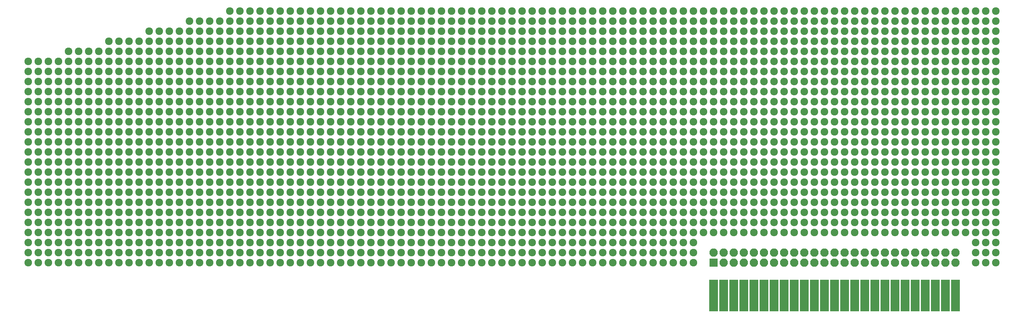
<source format=gbs>
G04 #@! TF.FileFunction,Soldermask,Bot*
%FSLAX46Y46*%
G04 Gerber Fmt 4.6, Leading zero omitted, Abs format (unit mm)*
G04 Created by KiCad (PCBNEW 4.0.7) date 08/21/19 17:34:07*
%MOMM*%
%LPD*%
G01*
G04 APERTURE LIST*
%ADD10C,0.100000*%
%ADD11C,1.924000*%
%ADD12R,2.178000X8.020000*%
%ADD13R,2.100000X2.100000*%
%ADD14O,2.100000X2.100000*%
G04 APERTURE END LIST*
D10*
D11*
X174625000Y-128905000D03*
X174625000Y-126365000D03*
X174625000Y-123825000D03*
X174625000Y-121285000D03*
X174625000Y-118745000D03*
X174625000Y-116205000D03*
X174625000Y-113665000D03*
X174625000Y-111125000D03*
X174625000Y-108585000D03*
X174625000Y-106045000D03*
X174625000Y-103505000D03*
X174625000Y-100965000D03*
X174625000Y-98425000D03*
X174625000Y-95885000D03*
X174625000Y-93345000D03*
X174625000Y-90805000D03*
X174625000Y-88265000D03*
X174625000Y-85725000D03*
X174625000Y-83185000D03*
X174625000Y-80645000D03*
X174625000Y-78105000D03*
X174625000Y-75565000D03*
X174625000Y-73025000D03*
X174625000Y-70485000D03*
X174625000Y-67945000D03*
X174625000Y-65405000D03*
X179705000Y-128905000D03*
X179705000Y-126365000D03*
X179705000Y-123825000D03*
X179705000Y-121285000D03*
X179705000Y-118745000D03*
X179705000Y-116205000D03*
X179705000Y-113665000D03*
X179705000Y-111125000D03*
X179705000Y-108585000D03*
X179705000Y-106045000D03*
X179705000Y-103505000D03*
X179705000Y-100965000D03*
X179705000Y-98425000D03*
X179705000Y-95885000D03*
X179705000Y-93345000D03*
X179705000Y-90805000D03*
X179705000Y-88265000D03*
X179705000Y-85725000D03*
X179705000Y-83185000D03*
X179705000Y-80645000D03*
X179705000Y-78105000D03*
X179705000Y-75565000D03*
X179705000Y-73025000D03*
X179705000Y-70485000D03*
X179705000Y-67945000D03*
X179705000Y-65405000D03*
X182245000Y-128905000D03*
X182245000Y-126365000D03*
X182245000Y-123825000D03*
X182245000Y-121285000D03*
X182245000Y-118745000D03*
X182245000Y-116205000D03*
X182245000Y-113665000D03*
X182245000Y-111125000D03*
X182245000Y-108585000D03*
X182245000Y-106045000D03*
X182245000Y-103505000D03*
X182245000Y-100965000D03*
X182245000Y-98425000D03*
X182245000Y-95885000D03*
X182245000Y-93345000D03*
X182245000Y-90805000D03*
X182245000Y-88265000D03*
X182245000Y-85725000D03*
X182245000Y-83185000D03*
X182245000Y-80645000D03*
X182245000Y-78105000D03*
X182245000Y-75565000D03*
X182245000Y-73025000D03*
X182245000Y-70485000D03*
X182245000Y-67945000D03*
X182245000Y-65405000D03*
X177165000Y-128905000D03*
X177165000Y-126365000D03*
X177165000Y-123825000D03*
X177165000Y-121285000D03*
X177165000Y-118745000D03*
X177165000Y-116205000D03*
X177165000Y-113665000D03*
X177165000Y-111125000D03*
X177165000Y-108585000D03*
X177165000Y-106045000D03*
X177165000Y-103505000D03*
X177165000Y-100965000D03*
X177165000Y-98425000D03*
X177165000Y-95885000D03*
X177165000Y-93345000D03*
X177165000Y-90805000D03*
X177165000Y-88265000D03*
X177165000Y-85725000D03*
X177165000Y-83185000D03*
X177165000Y-80645000D03*
X177165000Y-78105000D03*
X177165000Y-75565000D03*
X177165000Y-73025000D03*
X177165000Y-70485000D03*
X177165000Y-67945000D03*
X177165000Y-65405000D03*
X184785000Y-128905000D03*
X184785000Y-126365000D03*
X184785000Y-123825000D03*
X184785000Y-121285000D03*
X184785000Y-118745000D03*
X184785000Y-116205000D03*
X184785000Y-113665000D03*
X184785000Y-111125000D03*
X184785000Y-108585000D03*
X184785000Y-106045000D03*
X184785000Y-103505000D03*
X184785000Y-100965000D03*
X184785000Y-98425000D03*
X184785000Y-95885000D03*
X184785000Y-93345000D03*
X184785000Y-90805000D03*
X184785000Y-88265000D03*
X184785000Y-85725000D03*
X184785000Y-83185000D03*
X184785000Y-80645000D03*
X184785000Y-78105000D03*
X184785000Y-75565000D03*
X184785000Y-73025000D03*
X184785000Y-70485000D03*
X184785000Y-67945000D03*
X184785000Y-65405000D03*
X187325000Y-128905000D03*
X187325000Y-126365000D03*
X187325000Y-123825000D03*
X187325000Y-121285000D03*
X187325000Y-118745000D03*
X187325000Y-116205000D03*
X187325000Y-113665000D03*
X187325000Y-111125000D03*
X187325000Y-108585000D03*
X187325000Y-106045000D03*
X187325000Y-103505000D03*
X187325000Y-100965000D03*
X187325000Y-98425000D03*
X187325000Y-95885000D03*
X187325000Y-93345000D03*
X187325000Y-90805000D03*
X187325000Y-88265000D03*
X187325000Y-85725000D03*
X187325000Y-83185000D03*
X187325000Y-80645000D03*
X187325000Y-78105000D03*
X187325000Y-75565000D03*
X187325000Y-73025000D03*
X187325000Y-70485000D03*
X187325000Y-67945000D03*
X187325000Y-65405000D03*
X189865000Y-128905000D03*
X189865000Y-126365000D03*
X189865000Y-123825000D03*
X189865000Y-121285000D03*
X189865000Y-118745000D03*
X189865000Y-116205000D03*
X189865000Y-113665000D03*
X189865000Y-111125000D03*
X189865000Y-108585000D03*
X189865000Y-106045000D03*
X189865000Y-103505000D03*
X189865000Y-100965000D03*
X189865000Y-98425000D03*
X189865000Y-95885000D03*
X189865000Y-93345000D03*
X189865000Y-90805000D03*
X189865000Y-88265000D03*
X189865000Y-85725000D03*
X189865000Y-83185000D03*
X189865000Y-80645000D03*
X189865000Y-78105000D03*
X189865000Y-75565000D03*
X189865000Y-73025000D03*
X189865000Y-70485000D03*
X189865000Y-67945000D03*
X189865000Y-65405000D03*
X192405000Y-128905000D03*
X192405000Y-126365000D03*
X192405000Y-123825000D03*
X192405000Y-121285000D03*
X192405000Y-118745000D03*
X192405000Y-116205000D03*
X192405000Y-113665000D03*
X192405000Y-111125000D03*
X192405000Y-108585000D03*
X192405000Y-106045000D03*
X192405000Y-103505000D03*
X192405000Y-100965000D03*
X192405000Y-98425000D03*
X192405000Y-95885000D03*
X192405000Y-93345000D03*
X192405000Y-90805000D03*
X192405000Y-88265000D03*
X192405000Y-85725000D03*
X192405000Y-83185000D03*
X192405000Y-80645000D03*
X192405000Y-78105000D03*
X192405000Y-75565000D03*
X192405000Y-73025000D03*
X192405000Y-70485000D03*
X192405000Y-67945000D03*
X192405000Y-65405000D03*
X194945000Y-121285000D03*
X194945000Y-118745000D03*
X194945000Y-116205000D03*
X194945000Y-113665000D03*
X194945000Y-111125000D03*
X194945000Y-108585000D03*
X194945000Y-106045000D03*
X194945000Y-103505000D03*
X194945000Y-100965000D03*
X194945000Y-98425000D03*
X194945000Y-95885000D03*
X194945000Y-93345000D03*
X194945000Y-90805000D03*
X194945000Y-88265000D03*
X194945000Y-85725000D03*
X194945000Y-83185000D03*
X194945000Y-80645000D03*
X194945000Y-78105000D03*
X194945000Y-75565000D03*
X194945000Y-73025000D03*
X194945000Y-70485000D03*
X194945000Y-67945000D03*
X194945000Y-65405000D03*
X197485000Y-121285000D03*
X197485000Y-118745000D03*
X197485000Y-116205000D03*
X197485000Y-113665000D03*
X197485000Y-111125000D03*
X197485000Y-108585000D03*
X197485000Y-106045000D03*
X197485000Y-103505000D03*
X197485000Y-100965000D03*
X197485000Y-98425000D03*
X197485000Y-95885000D03*
X197485000Y-93345000D03*
X197485000Y-90805000D03*
X197485000Y-88265000D03*
X197485000Y-85725000D03*
X197485000Y-83185000D03*
X197485000Y-80645000D03*
X197485000Y-78105000D03*
X197485000Y-75565000D03*
X197485000Y-73025000D03*
X197485000Y-70485000D03*
X197485000Y-67945000D03*
X197485000Y-65405000D03*
X200025000Y-121285000D03*
X200025000Y-118745000D03*
X200025000Y-116205000D03*
X200025000Y-113665000D03*
X200025000Y-111125000D03*
X200025000Y-108585000D03*
X200025000Y-106045000D03*
X200025000Y-103505000D03*
X200025000Y-100965000D03*
X200025000Y-98425000D03*
X200025000Y-95885000D03*
X200025000Y-93345000D03*
X200025000Y-90805000D03*
X200025000Y-88265000D03*
X200025000Y-85725000D03*
X200025000Y-83185000D03*
X200025000Y-80645000D03*
X200025000Y-78105000D03*
X200025000Y-75565000D03*
X200025000Y-73025000D03*
X200025000Y-70485000D03*
X200025000Y-67945000D03*
X200025000Y-65405000D03*
X202565000Y-121285000D03*
X202565000Y-118745000D03*
X202565000Y-116205000D03*
X202565000Y-113665000D03*
X202565000Y-111125000D03*
X202565000Y-108585000D03*
X202565000Y-106045000D03*
X202565000Y-103505000D03*
X202565000Y-100965000D03*
X202565000Y-98425000D03*
X202565000Y-95885000D03*
X202565000Y-93345000D03*
X202565000Y-90805000D03*
X202565000Y-88265000D03*
X202565000Y-85725000D03*
X202565000Y-83185000D03*
X202565000Y-80645000D03*
X202565000Y-78105000D03*
X202565000Y-75565000D03*
X202565000Y-73025000D03*
X202565000Y-70485000D03*
X202565000Y-67945000D03*
X202565000Y-65405000D03*
X205105000Y-121285000D03*
X205105000Y-118745000D03*
X205105000Y-116205000D03*
X205105000Y-113665000D03*
X205105000Y-111125000D03*
X205105000Y-108585000D03*
X205105000Y-106045000D03*
X205105000Y-103505000D03*
X205105000Y-100965000D03*
X205105000Y-98425000D03*
X205105000Y-95885000D03*
X205105000Y-93345000D03*
X205105000Y-90805000D03*
X205105000Y-88265000D03*
X205105000Y-85725000D03*
X205105000Y-83185000D03*
X205105000Y-80645000D03*
X205105000Y-78105000D03*
X205105000Y-75565000D03*
X205105000Y-73025000D03*
X205105000Y-70485000D03*
X205105000Y-67945000D03*
X205105000Y-65405000D03*
X207645000Y-121285000D03*
X207645000Y-118745000D03*
X207645000Y-116205000D03*
X207645000Y-113665000D03*
X207645000Y-111125000D03*
X207645000Y-108585000D03*
X207645000Y-106045000D03*
X207645000Y-103505000D03*
X207645000Y-100965000D03*
X207645000Y-98425000D03*
X207645000Y-95885000D03*
X207645000Y-93345000D03*
X207645000Y-90805000D03*
X207645000Y-88265000D03*
X207645000Y-85725000D03*
X207645000Y-83185000D03*
X207645000Y-80645000D03*
X207645000Y-78105000D03*
X207645000Y-75565000D03*
X207645000Y-73025000D03*
X207645000Y-70485000D03*
X207645000Y-67945000D03*
X207645000Y-65405000D03*
X210185000Y-121285000D03*
X210185000Y-118745000D03*
X210185000Y-116205000D03*
X210185000Y-113665000D03*
X210185000Y-111125000D03*
X210185000Y-108585000D03*
X210185000Y-106045000D03*
X210185000Y-103505000D03*
X210185000Y-100965000D03*
X210185000Y-98425000D03*
X210185000Y-95885000D03*
X210185000Y-93345000D03*
X210185000Y-90805000D03*
X210185000Y-88265000D03*
X210185000Y-85725000D03*
X210185000Y-83185000D03*
X210185000Y-80645000D03*
X210185000Y-78105000D03*
X210185000Y-75565000D03*
X210185000Y-73025000D03*
X210185000Y-70485000D03*
X210185000Y-67945000D03*
X210185000Y-65405000D03*
X212725000Y-121285000D03*
X212725000Y-118745000D03*
X212725000Y-116205000D03*
X212725000Y-113665000D03*
X212725000Y-111125000D03*
X212725000Y-108585000D03*
X212725000Y-106045000D03*
X212725000Y-103505000D03*
X212725000Y-100965000D03*
X212725000Y-98425000D03*
X212725000Y-95885000D03*
X212725000Y-93345000D03*
X212725000Y-90805000D03*
X212725000Y-88265000D03*
X212725000Y-85725000D03*
X212725000Y-83185000D03*
X212725000Y-80645000D03*
X212725000Y-78105000D03*
X212725000Y-75565000D03*
X212725000Y-73025000D03*
X212725000Y-70485000D03*
X212725000Y-67945000D03*
X212725000Y-65405000D03*
X215265000Y-121285000D03*
X215265000Y-118745000D03*
X215265000Y-116205000D03*
X215265000Y-113665000D03*
X215265000Y-111125000D03*
X215265000Y-108585000D03*
X215265000Y-106045000D03*
X215265000Y-103505000D03*
X215265000Y-100965000D03*
X215265000Y-98425000D03*
X215265000Y-95885000D03*
X215265000Y-93345000D03*
X215265000Y-90805000D03*
X215265000Y-88265000D03*
X215265000Y-85725000D03*
X215265000Y-83185000D03*
X215265000Y-80645000D03*
X215265000Y-78105000D03*
X215265000Y-75565000D03*
X215265000Y-73025000D03*
X215265000Y-70485000D03*
X215265000Y-67945000D03*
X215265000Y-65405000D03*
X217805000Y-121285000D03*
X217805000Y-118745000D03*
X217805000Y-116205000D03*
X217805000Y-113665000D03*
X217805000Y-111125000D03*
X217805000Y-108585000D03*
X217805000Y-106045000D03*
X217805000Y-103505000D03*
X217805000Y-100965000D03*
X217805000Y-98425000D03*
X217805000Y-95885000D03*
X217805000Y-93345000D03*
X217805000Y-90805000D03*
X217805000Y-88265000D03*
X217805000Y-85725000D03*
X217805000Y-83185000D03*
X217805000Y-80645000D03*
X217805000Y-78105000D03*
X217805000Y-75565000D03*
X217805000Y-73025000D03*
X217805000Y-70485000D03*
X217805000Y-67945000D03*
X217805000Y-65405000D03*
X220345000Y-121285000D03*
X220345000Y-118745000D03*
X220345000Y-116205000D03*
X220345000Y-113665000D03*
X220345000Y-111125000D03*
X220345000Y-108585000D03*
X220345000Y-106045000D03*
X220345000Y-103505000D03*
X220345000Y-100965000D03*
X220345000Y-98425000D03*
X220345000Y-95885000D03*
X220345000Y-93345000D03*
X220345000Y-90805000D03*
X220345000Y-88265000D03*
X220345000Y-85725000D03*
X220345000Y-83185000D03*
X220345000Y-80645000D03*
X220345000Y-78105000D03*
X220345000Y-75565000D03*
X220345000Y-73025000D03*
X220345000Y-70485000D03*
X220345000Y-67945000D03*
X220345000Y-65405000D03*
X222885000Y-121285000D03*
X222885000Y-118745000D03*
X222885000Y-116205000D03*
X222885000Y-113665000D03*
X222885000Y-111125000D03*
X222885000Y-108585000D03*
X222885000Y-106045000D03*
X222885000Y-103505000D03*
X222885000Y-100965000D03*
X222885000Y-98425000D03*
X222885000Y-95885000D03*
X222885000Y-93345000D03*
X222885000Y-90805000D03*
X222885000Y-88265000D03*
X222885000Y-85725000D03*
X222885000Y-83185000D03*
X222885000Y-80645000D03*
X222885000Y-78105000D03*
X222885000Y-75565000D03*
X222885000Y-73025000D03*
X222885000Y-70485000D03*
X222885000Y-67945000D03*
X222885000Y-65405000D03*
X225425000Y-121285000D03*
X225425000Y-118745000D03*
X225425000Y-116205000D03*
X225425000Y-113665000D03*
X225425000Y-111125000D03*
X225425000Y-108585000D03*
X225425000Y-106045000D03*
X225425000Y-103505000D03*
X225425000Y-100965000D03*
X225425000Y-98425000D03*
X225425000Y-95885000D03*
X225425000Y-93345000D03*
X225425000Y-90805000D03*
X225425000Y-88265000D03*
X225425000Y-85725000D03*
X225425000Y-83185000D03*
X225425000Y-80645000D03*
X225425000Y-78105000D03*
X225425000Y-75565000D03*
X225425000Y-73025000D03*
X225425000Y-70485000D03*
X225425000Y-67945000D03*
X225425000Y-65405000D03*
X227965000Y-121285000D03*
X227965000Y-118745000D03*
X227965000Y-116205000D03*
X227965000Y-113665000D03*
X227965000Y-111125000D03*
X227965000Y-108585000D03*
X227965000Y-106045000D03*
X227965000Y-103505000D03*
X227965000Y-100965000D03*
X227965000Y-98425000D03*
X227965000Y-95885000D03*
X227965000Y-93345000D03*
X227965000Y-90805000D03*
X227965000Y-88265000D03*
X227965000Y-85725000D03*
X227965000Y-83185000D03*
X227965000Y-80645000D03*
X227965000Y-78105000D03*
X227965000Y-75565000D03*
X227965000Y-73025000D03*
X227965000Y-70485000D03*
X227965000Y-67945000D03*
X227965000Y-65405000D03*
X230505000Y-121285000D03*
X230505000Y-118745000D03*
X230505000Y-116205000D03*
X230505000Y-113665000D03*
X230505000Y-111125000D03*
X230505000Y-108585000D03*
X230505000Y-106045000D03*
X230505000Y-103505000D03*
X230505000Y-100965000D03*
X230505000Y-98425000D03*
X230505000Y-95885000D03*
X230505000Y-93345000D03*
X230505000Y-90805000D03*
X230505000Y-88265000D03*
X230505000Y-85725000D03*
X230505000Y-83185000D03*
X230505000Y-80645000D03*
X230505000Y-78105000D03*
X230505000Y-75565000D03*
X230505000Y-73025000D03*
X230505000Y-70485000D03*
X230505000Y-67945000D03*
X230505000Y-65405000D03*
X233045000Y-121285000D03*
X233045000Y-118745000D03*
X233045000Y-116205000D03*
X233045000Y-113665000D03*
X233045000Y-111125000D03*
X233045000Y-108585000D03*
X233045000Y-106045000D03*
X233045000Y-103505000D03*
X233045000Y-100965000D03*
X233045000Y-98425000D03*
X233045000Y-95885000D03*
X233045000Y-93345000D03*
X233045000Y-90805000D03*
X233045000Y-88265000D03*
X233045000Y-85725000D03*
X233045000Y-83185000D03*
X233045000Y-80645000D03*
X233045000Y-78105000D03*
X233045000Y-75565000D03*
X233045000Y-73025000D03*
X233045000Y-70485000D03*
X233045000Y-67945000D03*
X233045000Y-65405000D03*
X235585000Y-121285000D03*
X235585000Y-118745000D03*
X235585000Y-116205000D03*
X235585000Y-113665000D03*
X235585000Y-111125000D03*
X235585000Y-108585000D03*
X235585000Y-106045000D03*
X235585000Y-103505000D03*
X235585000Y-100965000D03*
X235585000Y-98425000D03*
X235585000Y-95885000D03*
X235585000Y-93345000D03*
X235585000Y-90805000D03*
X235585000Y-88265000D03*
X235585000Y-85725000D03*
X235585000Y-83185000D03*
X235585000Y-80645000D03*
X235585000Y-78105000D03*
X235585000Y-75565000D03*
X235585000Y-73025000D03*
X235585000Y-70485000D03*
X235585000Y-67945000D03*
X235585000Y-65405000D03*
X238125000Y-121285000D03*
X238125000Y-118745000D03*
X238125000Y-116205000D03*
X238125000Y-113665000D03*
X238125000Y-111125000D03*
X238125000Y-108585000D03*
X238125000Y-106045000D03*
X238125000Y-103505000D03*
X238125000Y-100965000D03*
X238125000Y-98425000D03*
X238125000Y-95885000D03*
X238125000Y-93345000D03*
X238125000Y-90805000D03*
X238125000Y-88265000D03*
X238125000Y-85725000D03*
X238125000Y-83185000D03*
X238125000Y-80645000D03*
X238125000Y-78105000D03*
X238125000Y-75565000D03*
X238125000Y-73025000D03*
X238125000Y-70485000D03*
X238125000Y-67945000D03*
X238125000Y-65405000D03*
X240665000Y-121285000D03*
X240665000Y-118745000D03*
X240665000Y-116205000D03*
X240665000Y-113665000D03*
X240665000Y-111125000D03*
X240665000Y-108585000D03*
X240665000Y-106045000D03*
X240665000Y-103505000D03*
X240665000Y-100965000D03*
X240665000Y-98425000D03*
X240665000Y-95885000D03*
X240665000Y-93345000D03*
X240665000Y-90805000D03*
X240665000Y-88265000D03*
X240665000Y-85725000D03*
X240665000Y-83185000D03*
X240665000Y-80645000D03*
X240665000Y-78105000D03*
X240665000Y-75565000D03*
X240665000Y-73025000D03*
X240665000Y-70485000D03*
X240665000Y-67945000D03*
X240665000Y-65405000D03*
X243205000Y-121285000D03*
X243205000Y-118745000D03*
X243205000Y-116205000D03*
X243205000Y-113665000D03*
X243205000Y-111125000D03*
X243205000Y-108585000D03*
X243205000Y-106045000D03*
X243205000Y-103505000D03*
X243205000Y-100965000D03*
X243205000Y-98425000D03*
X243205000Y-95885000D03*
X243205000Y-93345000D03*
X243205000Y-90805000D03*
X243205000Y-88265000D03*
X243205000Y-85725000D03*
X243205000Y-83185000D03*
X243205000Y-80645000D03*
X243205000Y-78105000D03*
X243205000Y-75565000D03*
X243205000Y-73025000D03*
X243205000Y-70485000D03*
X243205000Y-67945000D03*
X243205000Y-65405000D03*
X245745000Y-121285000D03*
X245745000Y-118745000D03*
X245745000Y-116205000D03*
X245745000Y-113665000D03*
X245745000Y-111125000D03*
X245745000Y-108585000D03*
X245745000Y-106045000D03*
X245745000Y-103505000D03*
X245745000Y-100965000D03*
X245745000Y-98425000D03*
X245745000Y-95885000D03*
X245745000Y-93345000D03*
X245745000Y-90805000D03*
X245745000Y-88265000D03*
X245745000Y-85725000D03*
X245745000Y-83185000D03*
X245745000Y-80645000D03*
X245745000Y-78105000D03*
X245745000Y-75565000D03*
X245745000Y-73025000D03*
X245745000Y-70485000D03*
X245745000Y-67945000D03*
X245745000Y-65405000D03*
X248285000Y-121285000D03*
X248285000Y-118745000D03*
X248285000Y-116205000D03*
X248285000Y-113665000D03*
X248285000Y-111125000D03*
X248285000Y-108585000D03*
X248285000Y-106045000D03*
X248285000Y-103505000D03*
X248285000Y-100965000D03*
X248285000Y-98425000D03*
X248285000Y-95885000D03*
X248285000Y-93345000D03*
X248285000Y-90805000D03*
X248285000Y-88265000D03*
X248285000Y-85725000D03*
X248285000Y-83185000D03*
X248285000Y-80645000D03*
X248285000Y-78105000D03*
X248285000Y-75565000D03*
X248285000Y-73025000D03*
X248285000Y-70485000D03*
X248285000Y-67945000D03*
X248285000Y-65405000D03*
X250825000Y-121285000D03*
X250825000Y-118745000D03*
X250825000Y-116205000D03*
X250825000Y-113665000D03*
X250825000Y-111125000D03*
X250825000Y-108585000D03*
X250825000Y-106045000D03*
X250825000Y-103505000D03*
X250825000Y-100965000D03*
X250825000Y-98425000D03*
X250825000Y-95885000D03*
X250825000Y-93345000D03*
X250825000Y-90805000D03*
X250825000Y-88265000D03*
X250825000Y-85725000D03*
X250825000Y-83185000D03*
X250825000Y-80645000D03*
X250825000Y-78105000D03*
X250825000Y-75565000D03*
X250825000Y-73025000D03*
X250825000Y-70485000D03*
X250825000Y-67945000D03*
X250825000Y-65405000D03*
X253365000Y-121285000D03*
X253365000Y-118745000D03*
X253365000Y-116205000D03*
X253365000Y-113665000D03*
X253365000Y-111125000D03*
X253365000Y-108585000D03*
X253365000Y-106045000D03*
X253365000Y-103505000D03*
X253365000Y-100965000D03*
X253365000Y-98425000D03*
X253365000Y-95885000D03*
X253365000Y-93345000D03*
X253365000Y-90805000D03*
X253365000Y-88265000D03*
X253365000Y-85725000D03*
X253365000Y-83185000D03*
X253365000Y-80645000D03*
X253365000Y-78105000D03*
X253365000Y-75565000D03*
X253365000Y-73025000D03*
X253365000Y-70485000D03*
X253365000Y-67945000D03*
X253365000Y-65405000D03*
X255905000Y-121285000D03*
X255905000Y-118745000D03*
X255905000Y-116205000D03*
X255905000Y-113665000D03*
X255905000Y-111125000D03*
X255905000Y-108585000D03*
X255905000Y-106045000D03*
X255905000Y-103505000D03*
X255905000Y-100965000D03*
X255905000Y-98425000D03*
X255905000Y-95885000D03*
X255905000Y-93345000D03*
X255905000Y-90805000D03*
X255905000Y-88265000D03*
X255905000Y-85725000D03*
X255905000Y-83185000D03*
X255905000Y-80645000D03*
X255905000Y-78105000D03*
X255905000Y-75565000D03*
X255905000Y-73025000D03*
X255905000Y-70485000D03*
X255905000Y-67945000D03*
X255905000Y-65405000D03*
X258445000Y-121285000D03*
X258445000Y-118745000D03*
X258445000Y-116205000D03*
X258445000Y-113665000D03*
X258445000Y-111125000D03*
X258445000Y-108585000D03*
X258445000Y-106045000D03*
X258445000Y-103505000D03*
X258445000Y-100965000D03*
X258445000Y-98425000D03*
X258445000Y-95885000D03*
X258445000Y-93345000D03*
X258445000Y-90805000D03*
X258445000Y-88265000D03*
X258445000Y-85725000D03*
X258445000Y-83185000D03*
X258445000Y-80645000D03*
X258445000Y-78105000D03*
X258445000Y-75565000D03*
X258445000Y-73025000D03*
X258445000Y-70485000D03*
X258445000Y-67945000D03*
X258445000Y-65405000D03*
X260985000Y-121285000D03*
X260985000Y-118745000D03*
X260985000Y-116205000D03*
X260985000Y-113665000D03*
X260985000Y-111125000D03*
X260985000Y-108585000D03*
X260985000Y-106045000D03*
X260985000Y-103505000D03*
X260985000Y-100965000D03*
X260985000Y-98425000D03*
X260985000Y-95885000D03*
X260985000Y-93345000D03*
X260985000Y-90805000D03*
X260985000Y-88265000D03*
X260985000Y-85725000D03*
X260985000Y-83185000D03*
X260985000Y-80645000D03*
X260985000Y-78105000D03*
X260985000Y-75565000D03*
X260985000Y-73025000D03*
X260985000Y-70485000D03*
X260985000Y-67945000D03*
X260985000Y-65405000D03*
X263525000Y-128905000D03*
X263525000Y-126365000D03*
X263525000Y-123825000D03*
X263525000Y-121285000D03*
X263525000Y-118745000D03*
X263525000Y-116205000D03*
X263525000Y-113665000D03*
X263525000Y-111125000D03*
X263525000Y-108585000D03*
X263525000Y-106045000D03*
X263525000Y-103505000D03*
X263525000Y-100965000D03*
X263525000Y-98425000D03*
X263525000Y-95885000D03*
X263525000Y-93345000D03*
X263525000Y-90805000D03*
X263525000Y-88265000D03*
X263525000Y-85725000D03*
X263525000Y-83185000D03*
X263525000Y-80645000D03*
X263525000Y-78105000D03*
X263525000Y-75565000D03*
X263525000Y-73025000D03*
X263525000Y-70485000D03*
X263525000Y-67945000D03*
X263525000Y-65405000D03*
X266065000Y-128905000D03*
X266065000Y-126365000D03*
X266065000Y-123825000D03*
X266065000Y-121285000D03*
X266065000Y-118745000D03*
X266065000Y-116205000D03*
X266065000Y-113665000D03*
X266065000Y-111125000D03*
X266065000Y-108585000D03*
X266065000Y-106045000D03*
X266065000Y-103505000D03*
X266065000Y-100965000D03*
X266065000Y-98425000D03*
X266065000Y-95885000D03*
X266065000Y-93345000D03*
X266065000Y-90805000D03*
X266065000Y-88265000D03*
X266065000Y-85725000D03*
X266065000Y-83185000D03*
X266065000Y-80645000D03*
X266065000Y-78105000D03*
X266065000Y-75565000D03*
X266065000Y-73025000D03*
X266065000Y-70485000D03*
X266065000Y-67945000D03*
X266065000Y-65405000D03*
X268605000Y-128905000D03*
X268605000Y-126365000D03*
X268605000Y-123825000D03*
X268605000Y-121285000D03*
X268605000Y-118745000D03*
X268605000Y-116205000D03*
X268605000Y-113665000D03*
X268605000Y-111125000D03*
X268605000Y-108585000D03*
X268605000Y-106045000D03*
X268605000Y-103505000D03*
X268605000Y-100965000D03*
X268605000Y-98425000D03*
X268605000Y-95885000D03*
X268605000Y-93345000D03*
X268605000Y-90805000D03*
X268605000Y-88265000D03*
X268605000Y-85725000D03*
X268605000Y-83185000D03*
X268605000Y-80645000D03*
X268605000Y-78105000D03*
X268605000Y-75565000D03*
X268605000Y-73025000D03*
X268605000Y-70485000D03*
X268605000Y-67945000D03*
X268605000Y-65405000D03*
D12*
X197485000Y-137160000D03*
X200025000Y-137160000D03*
X202565000Y-137160000D03*
X205105000Y-137160000D03*
X207645000Y-137160000D03*
X210185000Y-137160000D03*
X212725000Y-137160000D03*
X215265000Y-137160000D03*
X217805000Y-137160000D03*
X220345000Y-137160000D03*
X222885000Y-137160000D03*
X225425000Y-137160000D03*
X227965000Y-137160000D03*
X230505000Y-137160000D03*
X233045000Y-137160000D03*
X235585000Y-137160000D03*
X238125000Y-137160000D03*
X240665000Y-137160000D03*
X243205000Y-137160000D03*
X245745000Y-137160000D03*
X248285000Y-137160000D03*
X250825000Y-137160000D03*
X253365000Y-137160000D03*
X255905000Y-137160000D03*
X258445000Y-137160000D03*
D11*
X172085000Y-128905000D03*
X172085000Y-126365000D03*
X172085000Y-123825000D03*
X172085000Y-121285000D03*
X172085000Y-118745000D03*
X172085000Y-116205000D03*
X172085000Y-113665000D03*
X172085000Y-111125000D03*
X172085000Y-108585000D03*
X172085000Y-106045000D03*
X172085000Y-103505000D03*
X172085000Y-100965000D03*
X172085000Y-98425000D03*
X172085000Y-95885000D03*
X172085000Y-93345000D03*
X172085000Y-90805000D03*
X172085000Y-88265000D03*
X172085000Y-85725000D03*
X172085000Y-83185000D03*
X172085000Y-80645000D03*
X172085000Y-78105000D03*
X172085000Y-75565000D03*
X172085000Y-73025000D03*
X172085000Y-70485000D03*
X172085000Y-67945000D03*
X172085000Y-65405000D03*
X169545000Y-128905000D03*
X169545000Y-126365000D03*
X169545000Y-123825000D03*
X169545000Y-121285000D03*
X169545000Y-118745000D03*
X169545000Y-116205000D03*
X169545000Y-113665000D03*
X169545000Y-111125000D03*
X169545000Y-108585000D03*
X169545000Y-106045000D03*
X169545000Y-103505000D03*
X169545000Y-100965000D03*
X169545000Y-98425000D03*
X169545000Y-95885000D03*
X169545000Y-93345000D03*
X169545000Y-90805000D03*
X169545000Y-88265000D03*
X169545000Y-85725000D03*
X169545000Y-83185000D03*
X169545000Y-80645000D03*
X169545000Y-78105000D03*
X169545000Y-75565000D03*
X169545000Y-73025000D03*
X169545000Y-70485000D03*
X169545000Y-67945000D03*
X169545000Y-65405000D03*
X167005000Y-128905000D03*
X167005000Y-126365000D03*
X167005000Y-123825000D03*
X167005000Y-121285000D03*
X167005000Y-118745000D03*
X167005000Y-116205000D03*
X167005000Y-113665000D03*
X167005000Y-111125000D03*
X167005000Y-108585000D03*
X167005000Y-106045000D03*
X167005000Y-103505000D03*
X167005000Y-100965000D03*
X167005000Y-98425000D03*
X167005000Y-95885000D03*
X167005000Y-93345000D03*
X167005000Y-90805000D03*
X167005000Y-88265000D03*
X167005000Y-85725000D03*
X167005000Y-83185000D03*
X167005000Y-80645000D03*
X167005000Y-78105000D03*
X167005000Y-75565000D03*
X167005000Y-73025000D03*
X167005000Y-70485000D03*
X167005000Y-67945000D03*
X167005000Y-65405000D03*
X164465000Y-128905000D03*
X164465000Y-126365000D03*
X164465000Y-123825000D03*
X164465000Y-121285000D03*
X164465000Y-118745000D03*
X164465000Y-116205000D03*
X164465000Y-113665000D03*
X164465000Y-111125000D03*
X164465000Y-108585000D03*
X164465000Y-106045000D03*
X164465000Y-103505000D03*
X164465000Y-100965000D03*
X164465000Y-98425000D03*
X164465000Y-95885000D03*
X164465000Y-93345000D03*
X164465000Y-90805000D03*
X164465000Y-88265000D03*
X164465000Y-85725000D03*
X164465000Y-83185000D03*
X164465000Y-80645000D03*
X164465000Y-78105000D03*
X164465000Y-75565000D03*
X164465000Y-73025000D03*
X164465000Y-70485000D03*
X164465000Y-67945000D03*
X164465000Y-65405000D03*
X161925000Y-128905000D03*
X161925000Y-126365000D03*
X161925000Y-123825000D03*
X161925000Y-121285000D03*
X161925000Y-118745000D03*
X161925000Y-116205000D03*
X161925000Y-113665000D03*
X161925000Y-111125000D03*
X161925000Y-108585000D03*
X161925000Y-106045000D03*
X161925000Y-103505000D03*
X161925000Y-100965000D03*
X161925000Y-98425000D03*
X161925000Y-95885000D03*
X161925000Y-93345000D03*
X161925000Y-90805000D03*
X161925000Y-88265000D03*
X161925000Y-85725000D03*
X161925000Y-83185000D03*
X161925000Y-80645000D03*
X161925000Y-78105000D03*
X161925000Y-75565000D03*
X161925000Y-73025000D03*
X161925000Y-70485000D03*
X161925000Y-67945000D03*
X161925000Y-65405000D03*
X159385000Y-128905000D03*
X159385000Y-126365000D03*
X159385000Y-123825000D03*
X159385000Y-121285000D03*
X159385000Y-118745000D03*
X159385000Y-116205000D03*
X159385000Y-113665000D03*
X159385000Y-111125000D03*
X159385000Y-108585000D03*
X159385000Y-106045000D03*
X159385000Y-103505000D03*
X159385000Y-100965000D03*
X159385000Y-98425000D03*
X159385000Y-95885000D03*
X159385000Y-93345000D03*
X159385000Y-90805000D03*
X159385000Y-88265000D03*
X159385000Y-85725000D03*
X159385000Y-83185000D03*
X159385000Y-80645000D03*
X159385000Y-78105000D03*
X159385000Y-75565000D03*
X159385000Y-73025000D03*
X159385000Y-70485000D03*
X159385000Y-67945000D03*
X159385000Y-65405000D03*
X156845000Y-128905000D03*
X156845000Y-126365000D03*
X156845000Y-123825000D03*
X156845000Y-121285000D03*
X156845000Y-118745000D03*
X156845000Y-116205000D03*
X156845000Y-113665000D03*
X156845000Y-111125000D03*
X156845000Y-108585000D03*
X156845000Y-106045000D03*
X156845000Y-103505000D03*
X156845000Y-100965000D03*
X156845000Y-98425000D03*
X156845000Y-95885000D03*
X156845000Y-93345000D03*
X156845000Y-90805000D03*
X156845000Y-88265000D03*
X156845000Y-85725000D03*
X156845000Y-83185000D03*
X156845000Y-80645000D03*
X156845000Y-78105000D03*
X156845000Y-75565000D03*
X156845000Y-73025000D03*
X156845000Y-70485000D03*
X156845000Y-67945000D03*
X156845000Y-65405000D03*
X154305000Y-128905000D03*
X154305000Y-126365000D03*
X154305000Y-123825000D03*
X154305000Y-121285000D03*
X154305000Y-118745000D03*
X154305000Y-116205000D03*
X154305000Y-113665000D03*
X154305000Y-111125000D03*
X154305000Y-108585000D03*
X154305000Y-106045000D03*
X154305000Y-103505000D03*
X154305000Y-100965000D03*
X154305000Y-98425000D03*
X154305000Y-95885000D03*
X154305000Y-93345000D03*
X154305000Y-90805000D03*
X154305000Y-88265000D03*
X154305000Y-85725000D03*
X154305000Y-83185000D03*
X154305000Y-80645000D03*
X154305000Y-78105000D03*
X154305000Y-75565000D03*
X154305000Y-73025000D03*
X154305000Y-70485000D03*
X154305000Y-67945000D03*
X154305000Y-65405000D03*
X151765000Y-128905000D03*
X151765000Y-126365000D03*
X151765000Y-123825000D03*
X151765000Y-121285000D03*
X151765000Y-118745000D03*
X151765000Y-116205000D03*
X151765000Y-113665000D03*
X151765000Y-111125000D03*
X151765000Y-108585000D03*
X151765000Y-106045000D03*
X151765000Y-103505000D03*
X151765000Y-100965000D03*
X151765000Y-98425000D03*
X151765000Y-95885000D03*
X151765000Y-93345000D03*
X151765000Y-90805000D03*
X151765000Y-88265000D03*
X151765000Y-85725000D03*
X151765000Y-83185000D03*
X151765000Y-80645000D03*
X151765000Y-78105000D03*
X151765000Y-75565000D03*
X151765000Y-73025000D03*
X151765000Y-70485000D03*
X151765000Y-67945000D03*
X151765000Y-65405000D03*
X149225000Y-128905000D03*
X149225000Y-126365000D03*
X149225000Y-123825000D03*
X149225000Y-121285000D03*
X149225000Y-118745000D03*
X149225000Y-116205000D03*
X149225000Y-113665000D03*
X149225000Y-111125000D03*
X149225000Y-108585000D03*
X149225000Y-106045000D03*
X149225000Y-103505000D03*
X149225000Y-100965000D03*
X149225000Y-98425000D03*
X149225000Y-95885000D03*
X149225000Y-93345000D03*
X149225000Y-90805000D03*
X149225000Y-88265000D03*
X149225000Y-85725000D03*
X149225000Y-83185000D03*
X149225000Y-80645000D03*
X149225000Y-78105000D03*
X149225000Y-75565000D03*
X149225000Y-73025000D03*
X149225000Y-70485000D03*
X149225000Y-67945000D03*
X149225000Y-65405000D03*
X146685000Y-128905000D03*
X146685000Y-126365000D03*
X146685000Y-123825000D03*
X146685000Y-121285000D03*
X146685000Y-118745000D03*
X146685000Y-116205000D03*
X146685000Y-113665000D03*
X146685000Y-111125000D03*
X146685000Y-108585000D03*
X146685000Y-106045000D03*
X146685000Y-103505000D03*
X146685000Y-100965000D03*
X146685000Y-98425000D03*
X146685000Y-95885000D03*
X146685000Y-93345000D03*
X146685000Y-90805000D03*
X146685000Y-88265000D03*
X146685000Y-85725000D03*
X146685000Y-83185000D03*
X146685000Y-80645000D03*
X146685000Y-78105000D03*
X146685000Y-75565000D03*
X146685000Y-73025000D03*
X146685000Y-70485000D03*
X146685000Y-67945000D03*
X146685000Y-65405000D03*
X144145000Y-128905000D03*
X144145000Y-126365000D03*
X144145000Y-123825000D03*
X144145000Y-121285000D03*
X144145000Y-118745000D03*
X144145000Y-116205000D03*
X144145000Y-113665000D03*
X144145000Y-111125000D03*
X144145000Y-108585000D03*
X144145000Y-106045000D03*
X144145000Y-103505000D03*
X144145000Y-100965000D03*
X144145000Y-98425000D03*
X144145000Y-95885000D03*
X144145000Y-93345000D03*
X144145000Y-90805000D03*
X144145000Y-88265000D03*
X144145000Y-85725000D03*
X144145000Y-83185000D03*
X144145000Y-80645000D03*
X144145000Y-78105000D03*
X144145000Y-75565000D03*
X144145000Y-73025000D03*
X144145000Y-70485000D03*
X144145000Y-67945000D03*
X144145000Y-65405000D03*
X141605000Y-128905000D03*
X141605000Y-126365000D03*
X141605000Y-123825000D03*
X141605000Y-121285000D03*
X141605000Y-118745000D03*
X141605000Y-116205000D03*
X141605000Y-113665000D03*
X141605000Y-111125000D03*
X141605000Y-108585000D03*
X141605000Y-106045000D03*
X141605000Y-103505000D03*
X141605000Y-100965000D03*
X141605000Y-98425000D03*
X141605000Y-95885000D03*
X141605000Y-93345000D03*
X141605000Y-90805000D03*
X141605000Y-88265000D03*
X141605000Y-85725000D03*
X141605000Y-83185000D03*
X141605000Y-80645000D03*
X141605000Y-78105000D03*
X141605000Y-75565000D03*
X141605000Y-73025000D03*
X141605000Y-70485000D03*
X141605000Y-67945000D03*
X141605000Y-65405000D03*
X139065000Y-128905000D03*
X139065000Y-126365000D03*
X139065000Y-123825000D03*
X139065000Y-121285000D03*
X139065000Y-118745000D03*
X139065000Y-116205000D03*
X139065000Y-113665000D03*
X139065000Y-111125000D03*
X139065000Y-108585000D03*
X139065000Y-106045000D03*
X139065000Y-103505000D03*
X139065000Y-100965000D03*
X139065000Y-98425000D03*
X139065000Y-95885000D03*
X139065000Y-93345000D03*
X139065000Y-90805000D03*
X139065000Y-88265000D03*
X139065000Y-85725000D03*
X139065000Y-83185000D03*
X139065000Y-80645000D03*
X139065000Y-78105000D03*
X139065000Y-75565000D03*
X139065000Y-73025000D03*
X139065000Y-70485000D03*
X139065000Y-67945000D03*
X139065000Y-65405000D03*
X136525000Y-128905000D03*
X136525000Y-126365000D03*
X136525000Y-123825000D03*
X136525000Y-121285000D03*
X136525000Y-118745000D03*
X136525000Y-116205000D03*
X136525000Y-113665000D03*
X136525000Y-111125000D03*
X136525000Y-108585000D03*
X136525000Y-106045000D03*
X136525000Y-103505000D03*
X136525000Y-100965000D03*
X136525000Y-98425000D03*
X136525000Y-95885000D03*
X136525000Y-93345000D03*
X136525000Y-90805000D03*
X136525000Y-88265000D03*
X136525000Y-85725000D03*
X136525000Y-83185000D03*
X136525000Y-80645000D03*
X136525000Y-78105000D03*
X136525000Y-75565000D03*
X136525000Y-73025000D03*
X136525000Y-70485000D03*
X136525000Y-67945000D03*
X136525000Y-65405000D03*
X133985000Y-128905000D03*
X133985000Y-126365000D03*
X133985000Y-123825000D03*
X133985000Y-121285000D03*
X133985000Y-118745000D03*
X133985000Y-116205000D03*
X133985000Y-113665000D03*
X133985000Y-111125000D03*
X133985000Y-108585000D03*
X133985000Y-106045000D03*
X133985000Y-103505000D03*
X133985000Y-100965000D03*
X133985000Y-98425000D03*
X133985000Y-95885000D03*
X133985000Y-93345000D03*
X133985000Y-90805000D03*
X133985000Y-88265000D03*
X133985000Y-85725000D03*
X133985000Y-83185000D03*
X133985000Y-80645000D03*
X133985000Y-78105000D03*
X133985000Y-75565000D03*
X133985000Y-73025000D03*
X133985000Y-70485000D03*
X133985000Y-67945000D03*
X133985000Y-65405000D03*
X131445000Y-128905000D03*
X131445000Y-126365000D03*
X131445000Y-123825000D03*
X131445000Y-121285000D03*
X131445000Y-118745000D03*
X131445000Y-116205000D03*
X131445000Y-113665000D03*
X131445000Y-111125000D03*
X131445000Y-108585000D03*
X131445000Y-106045000D03*
X131445000Y-103505000D03*
X131445000Y-100965000D03*
X131445000Y-98425000D03*
X131445000Y-95885000D03*
X131445000Y-93345000D03*
X131445000Y-90805000D03*
X131445000Y-88265000D03*
X131445000Y-85725000D03*
X131445000Y-83185000D03*
X131445000Y-80645000D03*
X131445000Y-78105000D03*
X131445000Y-75565000D03*
X131445000Y-73025000D03*
X131445000Y-70485000D03*
X131445000Y-67945000D03*
X131445000Y-65405000D03*
X128905000Y-128905000D03*
X128905000Y-126365000D03*
X128905000Y-123825000D03*
X128905000Y-121285000D03*
X128905000Y-118745000D03*
X128905000Y-116205000D03*
X128905000Y-113665000D03*
X128905000Y-111125000D03*
X128905000Y-108585000D03*
X128905000Y-106045000D03*
X128905000Y-103505000D03*
X128905000Y-100965000D03*
X128905000Y-98425000D03*
X128905000Y-95885000D03*
X128905000Y-93345000D03*
X128905000Y-90805000D03*
X128905000Y-88265000D03*
X128905000Y-85725000D03*
X128905000Y-83185000D03*
X128905000Y-80645000D03*
X128905000Y-78105000D03*
X128905000Y-75565000D03*
X128905000Y-73025000D03*
X128905000Y-70485000D03*
X128905000Y-67945000D03*
X128905000Y-65405000D03*
X126365000Y-128905000D03*
X126365000Y-126365000D03*
X126365000Y-123825000D03*
X126365000Y-121285000D03*
X126365000Y-118745000D03*
X126365000Y-116205000D03*
X126365000Y-113665000D03*
X126365000Y-111125000D03*
X126365000Y-108585000D03*
X126365000Y-106045000D03*
X126365000Y-103505000D03*
X126365000Y-100965000D03*
X126365000Y-98425000D03*
X126365000Y-95885000D03*
X126365000Y-93345000D03*
X126365000Y-90805000D03*
X126365000Y-88265000D03*
X126365000Y-85725000D03*
X126365000Y-83185000D03*
X126365000Y-80645000D03*
X126365000Y-78105000D03*
X126365000Y-75565000D03*
X126365000Y-73025000D03*
X126365000Y-70485000D03*
X126365000Y-67945000D03*
X126365000Y-65405000D03*
X123825000Y-128905000D03*
X123825000Y-126365000D03*
X123825000Y-123825000D03*
X123825000Y-121285000D03*
X123825000Y-118745000D03*
X123825000Y-116205000D03*
X123825000Y-113665000D03*
X123825000Y-111125000D03*
X123825000Y-108585000D03*
X123825000Y-106045000D03*
X123825000Y-103505000D03*
X123825000Y-100965000D03*
X123825000Y-98425000D03*
X123825000Y-95885000D03*
X123825000Y-93345000D03*
X123825000Y-90805000D03*
X123825000Y-88265000D03*
X123825000Y-85725000D03*
X123825000Y-83185000D03*
X123825000Y-80645000D03*
X123825000Y-78105000D03*
X123825000Y-75565000D03*
X123825000Y-73025000D03*
X123825000Y-70485000D03*
X123825000Y-67945000D03*
X123825000Y-65405000D03*
X121285000Y-128905000D03*
X121285000Y-126365000D03*
X121285000Y-123825000D03*
X121285000Y-121285000D03*
X121285000Y-118745000D03*
X121285000Y-116205000D03*
X121285000Y-113665000D03*
X121285000Y-111125000D03*
X121285000Y-108585000D03*
X121285000Y-106045000D03*
X121285000Y-103505000D03*
X121285000Y-100965000D03*
X121285000Y-98425000D03*
X121285000Y-95885000D03*
X121285000Y-93345000D03*
X121285000Y-90805000D03*
X121285000Y-88265000D03*
X121285000Y-85725000D03*
X121285000Y-83185000D03*
X121285000Y-80645000D03*
X121285000Y-78105000D03*
X121285000Y-75565000D03*
X121285000Y-73025000D03*
X121285000Y-70485000D03*
X121285000Y-67945000D03*
X121285000Y-65405000D03*
X118745000Y-128905000D03*
X118745000Y-126365000D03*
X118745000Y-123825000D03*
X118745000Y-121285000D03*
X118745000Y-118745000D03*
X118745000Y-116205000D03*
X118745000Y-113665000D03*
X118745000Y-111125000D03*
X118745000Y-108585000D03*
X118745000Y-106045000D03*
X118745000Y-103505000D03*
X118745000Y-100965000D03*
X118745000Y-98425000D03*
X118745000Y-95885000D03*
X118745000Y-93345000D03*
X118745000Y-90805000D03*
X118745000Y-88265000D03*
X118745000Y-85725000D03*
X118745000Y-83185000D03*
X118745000Y-80645000D03*
X118745000Y-78105000D03*
X118745000Y-75565000D03*
X118745000Y-73025000D03*
X118745000Y-70485000D03*
X118745000Y-67945000D03*
X118745000Y-65405000D03*
X103505000Y-128905000D03*
X103505000Y-126365000D03*
X103505000Y-123825000D03*
X103505000Y-121285000D03*
X103505000Y-118745000D03*
X103505000Y-116205000D03*
X103505000Y-113665000D03*
X103505000Y-111125000D03*
X103505000Y-108585000D03*
X103505000Y-106045000D03*
X103505000Y-103505000D03*
X103505000Y-100965000D03*
X103505000Y-98425000D03*
X103505000Y-95885000D03*
X103505000Y-93345000D03*
X103505000Y-90805000D03*
X103505000Y-88265000D03*
X103505000Y-85725000D03*
X103505000Y-83185000D03*
X103505000Y-80645000D03*
X103505000Y-78105000D03*
X103505000Y-75565000D03*
X103505000Y-73025000D03*
X103505000Y-70485000D03*
X103505000Y-67945000D03*
X103505000Y-65405000D03*
X100965000Y-128905000D03*
X100965000Y-126365000D03*
X100965000Y-123825000D03*
X100965000Y-121285000D03*
X100965000Y-118745000D03*
X100965000Y-116205000D03*
X100965000Y-113665000D03*
X100965000Y-111125000D03*
X100965000Y-108585000D03*
X100965000Y-106045000D03*
X100965000Y-103505000D03*
X100965000Y-100965000D03*
X100965000Y-98425000D03*
X100965000Y-95885000D03*
X100965000Y-93345000D03*
X100965000Y-90805000D03*
X100965000Y-88265000D03*
X100965000Y-85725000D03*
X100965000Y-83185000D03*
X100965000Y-80645000D03*
X100965000Y-78105000D03*
X100965000Y-75565000D03*
X100965000Y-73025000D03*
X100965000Y-70485000D03*
X100965000Y-67945000D03*
X100965000Y-65405000D03*
X98425000Y-128905000D03*
X98425000Y-126365000D03*
X98425000Y-123825000D03*
X98425000Y-121285000D03*
X98425000Y-118745000D03*
X98425000Y-116205000D03*
X98425000Y-113665000D03*
X98425000Y-111125000D03*
X98425000Y-108585000D03*
X98425000Y-106045000D03*
X98425000Y-103505000D03*
X98425000Y-100965000D03*
X98425000Y-98425000D03*
X98425000Y-95885000D03*
X98425000Y-93345000D03*
X98425000Y-90805000D03*
X98425000Y-88265000D03*
X98425000Y-85725000D03*
X98425000Y-83185000D03*
X98425000Y-80645000D03*
X98425000Y-78105000D03*
X98425000Y-75565000D03*
X98425000Y-73025000D03*
X98425000Y-70485000D03*
X98425000Y-67945000D03*
X98425000Y-65405000D03*
X95885000Y-128905000D03*
X95885000Y-126365000D03*
X95885000Y-123825000D03*
X95885000Y-121285000D03*
X95885000Y-118745000D03*
X95885000Y-116205000D03*
X95885000Y-113665000D03*
X95885000Y-111125000D03*
X95885000Y-108585000D03*
X95885000Y-106045000D03*
X95885000Y-103505000D03*
X95885000Y-100965000D03*
X95885000Y-98425000D03*
X95885000Y-95885000D03*
X95885000Y-93345000D03*
X95885000Y-90805000D03*
X95885000Y-88265000D03*
X95885000Y-85725000D03*
X95885000Y-83185000D03*
X95885000Y-80645000D03*
X95885000Y-78105000D03*
X95885000Y-75565000D03*
X95885000Y-73025000D03*
X95885000Y-70485000D03*
X95885000Y-67945000D03*
X95885000Y-65405000D03*
X93345000Y-128905000D03*
X93345000Y-126365000D03*
X93345000Y-123825000D03*
X93345000Y-121285000D03*
X93345000Y-118745000D03*
X93345000Y-116205000D03*
X93345000Y-113665000D03*
X93345000Y-111125000D03*
X93345000Y-108585000D03*
X93345000Y-106045000D03*
X93345000Y-103505000D03*
X93345000Y-100965000D03*
X93345000Y-98425000D03*
X93345000Y-95885000D03*
X93345000Y-93345000D03*
X93345000Y-90805000D03*
X93345000Y-88265000D03*
X93345000Y-85725000D03*
X93345000Y-83185000D03*
X93345000Y-80645000D03*
X93345000Y-78105000D03*
X93345000Y-75565000D03*
X93345000Y-73025000D03*
X93345000Y-70485000D03*
X93345000Y-67945000D03*
X93345000Y-65405000D03*
X90805000Y-128905000D03*
X90805000Y-126365000D03*
X90805000Y-123825000D03*
X90805000Y-121285000D03*
X90805000Y-118745000D03*
X90805000Y-116205000D03*
X90805000Y-113665000D03*
X90805000Y-111125000D03*
X90805000Y-108585000D03*
X90805000Y-106045000D03*
X90805000Y-103505000D03*
X90805000Y-100965000D03*
X90805000Y-98425000D03*
X90805000Y-95885000D03*
X90805000Y-93345000D03*
X90805000Y-90805000D03*
X90805000Y-88265000D03*
X90805000Y-85725000D03*
X90805000Y-83185000D03*
X90805000Y-80645000D03*
X90805000Y-78105000D03*
X90805000Y-75565000D03*
X90805000Y-73025000D03*
X90805000Y-70485000D03*
X90805000Y-67945000D03*
X90805000Y-65405000D03*
X88265000Y-128905000D03*
X88265000Y-126365000D03*
X88265000Y-123825000D03*
X88265000Y-121285000D03*
X88265000Y-118745000D03*
X88265000Y-116205000D03*
X88265000Y-113665000D03*
X88265000Y-111125000D03*
X88265000Y-108585000D03*
X88265000Y-106045000D03*
X88265000Y-103505000D03*
X88265000Y-100965000D03*
X88265000Y-98425000D03*
X88265000Y-95885000D03*
X88265000Y-93345000D03*
X88265000Y-90805000D03*
X88265000Y-88265000D03*
X88265000Y-85725000D03*
X88265000Y-83185000D03*
X88265000Y-80645000D03*
X88265000Y-78105000D03*
X88265000Y-75565000D03*
X88265000Y-73025000D03*
X88265000Y-70485000D03*
X88265000Y-67945000D03*
X88265000Y-65405000D03*
X85725000Y-128905000D03*
X85725000Y-126365000D03*
X85725000Y-123825000D03*
X85725000Y-121285000D03*
X85725000Y-118745000D03*
X85725000Y-116205000D03*
X85725000Y-113665000D03*
X85725000Y-111125000D03*
X85725000Y-108585000D03*
X85725000Y-106045000D03*
X85725000Y-103505000D03*
X85725000Y-100965000D03*
X85725000Y-98425000D03*
X85725000Y-95885000D03*
X85725000Y-93345000D03*
X85725000Y-90805000D03*
X85725000Y-88265000D03*
X85725000Y-85725000D03*
X85725000Y-83185000D03*
X85725000Y-80645000D03*
X85725000Y-78105000D03*
X85725000Y-75565000D03*
X85725000Y-73025000D03*
X85725000Y-70485000D03*
X85725000Y-67945000D03*
X85725000Y-65405000D03*
X83185000Y-128905000D03*
X83185000Y-126365000D03*
X83185000Y-123825000D03*
X83185000Y-121285000D03*
X83185000Y-118745000D03*
X83185000Y-116205000D03*
X83185000Y-113665000D03*
X83185000Y-111125000D03*
X83185000Y-108585000D03*
X83185000Y-106045000D03*
X83185000Y-103505000D03*
X83185000Y-100965000D03*
X83185000Y-98425000D03*
X83185000Y-95885000D03*
X83185000Y-93345000D03*
X83185000Y-90805000D03*
X83185000Y-88265000D03*
X83185000Y-85725000D03*
X83185000Y-83185000D03*
X83185000Y-80645000D03*
X83185000Y-78105000D03*
X83185000Y-75565000D03*
X83185000Y-73025000D03*
X83185000Y-70485000D03*
X83185000Y-67945000D03*
X83185000Y-65405000D03*
X80645000Y-128905000D03*
X80645000Y-126365000D03*
X80645000Y-123825000D03*
X80645000Y-121285000D03*
X80645000Y-118745000D03*
X80645000Y-116205000D03*
X80645000Y-113665000D03*
X80645000Y-111125000D03*
X80645000Y-108585000D03*
X80645000Y-106045000D03*
X80645000Y-103505000D03*
X80645000Y-100965000D03*
X80645000Y-98425000D03*
X80645000Y-95885000D03*
X80645000Y-93345000D03*
X80645000Y-90805000D03*
X80645000Y-88265000D03*
X80645000Y-85725000D03*
X80645000Y-83185000D03*
X80645000Y-80645000D03*
X80645000Y-78105000D03*
X80645000Y-75565000D03*
X80645000Y-73025000D03*
X80645000Y-70485000D03*
X80645000Y-67945000D03*
X80645000Y-65405000D03*
X78105000Y-128905000D03*
X78105000Y-126365000D03*
X78105000Y-123825000D03*
X78105000Y-121285000D03*
X78105000Y-118745000D03*
X78105000Y-116205000D03*
X78105000Y-113665000D03*
X78105000Y-111125000D03*
X78105000Y-108585000D03*
X78105000Y-106045000D03*
X78105000Y-103505000D03*
X78105000Y-100965000D03*
X78105000Y-98425000D03*
X78105000Y-95885000D03*
X78105000Y-93345000D03*
X78105000Y-90805000D03*
X78105000Y-88265000D03*
X78105000Y-85725000D03*
X78105000Y-83185000D03*
X78105000Y-80645000D03*
X78105000Y-78105000D03*
X78105000Y-75565000D03*
X78105000Y-73025000D03*
X78105000Y-70485000D03*
X78105000Y-67945000D03*
X78105000Y-65405000D03*
X75565000Y-128905000D03*
X75565000Y-126365000D03*
X75565000Y-123825000D03*
X75565000Y-121285000D03*
X75565000Y-118745000D03*
X75565000Y-116205000D03*
X75565000Y-113665000D03*
X75565000Y-111125000D03*
X75565000Y-108585000D03*
X75565000Y-106045000D03*
X75565000Y-103505000D03*
X75565000Y-100965000D03*
X75565000Y-98425000D03*
X75565000Y-95885000D03*
X75565000Y-93345000D03*
X75565000Y-90805000D03*
X75565000Y-88265000D03*
X75565000Y-85725000D03*
X75565000Y-83185000D03*
X75565000Y-80645000D03*
X75565000Y-78105000D03*
X75565000Y-75565000D03*
X75565000Y-73025000D03*
X75565000Y-70485000D03*
X75565000Y-67945000D03*
X75565000Y-65405000D03*
X116205000Y-128905000D03*
X116205000Y-126365000D03*
X116205000Y-123825000D03*
X116205000Y-121285000D03*
X116205000Y-118745000D03*
X116205000Y-116205000D03*
X116205000Y-113665000D03*
X116205000Y-111125000D03*
X116205000Y-108585000D03*
X116205000Y-106045000D03*
X116205000Y-103505000D03*
X116205000Y-100965000D03*
X116205000Y-98425000D03*
X116205000Y-95885000D03*
X116205000Y-93345000D03*
X116205000Y-90805000D03*
X116205000Y-88265000D03*
X116205000Y-85725000D03*
X116205000Y-83185000D03*
X116205000Y-80645000D03*
X116205000Y-78105000D03*
X116205000Y-75565000D03*
X116205000Y-73025000D03*
X116205000Y-70485000D03*
X116205000Y-67945000D03*
X116205000Y-65405000D03*
X113665000Y-128905000D03*
X113665000Y-126365000D03*
X113665000Y-123825000D03*
X113665000Y-121285000D03*
X113665000Y-118745000D03*
X113665000Y-116205000D03*
X113665000Y-113665000D03*
X113665000Y-111125000D03*
X113665000Y-108585000D03*
X113665000Y-106045000D03*
X113665000Y-103505000D03*
X113665000Y-100965000D03*
X113665000Y-98425000D03*
X113665000Y-95885000D03*
X113665000Y-93345000D03*
X113665000Y-90805000D03*
X113665000Y-88265000D03*
X113665000Y-85725000D03*
X113665000Y-83185000D03*
X113665000Y-80645000D03*
X113665000Y-78105000D03*
X113665000Y-75565000D03*
X113665000Y-73025000D03*
X113665000Y-70485000D03*
X113665000Y-67945000D03*
X113665000Y-65405000D03*
X111125000Y-128905000D03*
X111125000Y-126365000D03*
X111125000Y-123825000D03*
X111125000Y-121285000D03*
X111125000Y-118745000D03*
X111125000Y-116205000D03*
X111125000Y-113665000D03*
X111125000Y-111125000D03*
X111125000Y-108585000D03*
X111125000Y-106045000D03*
X111125000Y-103505000D03*
X111125000Y-100965000D03*
X111125000Y-98425000D03*
X111125000Y-95885000D03*
X111125000Y-93345000D03*
X111125000Y-90805000D03*
X111125000Y-88265000D03*
X111125000Y-85725000D03*
X111125000Y-83185000D03*
X111125000Y-80645000D03*
X111125000Y-78105000D03*
X111125000Y-75565000D03*
X111125000Y-73025000D03*
X111125000Y-70485000D03*
X111125000Y-67945000D03*
X111125000Y-65405000D03*
X108585000Y-128905000D03*
X108585000Y-126365000D03*
X108585000Y-123825000D03*
X108585000Y-121285000D03*
X108585000Y-118745000D03*
X108585000Y-116205000D03*
X108585000Y-113665000D03*
X108585000Y-111125000D03*
X108585000Y-108585000D03*
X108585000Y-106045000D03*
X108585000Y-103505000D03*
X108585000Y-100965000D03*
X108585000Y-98425000D03*
X108585000Y-95885000D03*
X108585000Y-93345000D03*
X108585000Y-90805000D03*
X108585000Y-88265000D03*
X108585000Y-85725000D03*
X108585000Y-83185000D03*
X108585000Y-80645000D03*
X108585000Y-78105000D03*
X108585000Y-75565000D03*
X108585000Y-73025000D03*
X108585000Y-70485000D03*
X108585000Y-67945000D03*
X108585000Y-65405000D03*
X106045000Y-128905000D03*
X106045000Y-126365000D03*
X106045000Y-123825000D03*
X106045000Y-121285000D03*
X106045000Y-118745000D03*
X106045000Y-116205000D03*
X106045000Y-113665000D03*
X106045000Y-111125000D03*
X106045000Y-108585000D03*
X106045000Y-106045000D03*
X106045000Y-103505000D03*
X106045000Y-100965000D03*
X106045000Y-98425000D03*
X106045000Y-95885000D03*
X106045000Y-93345000D03*
X106045000Y-90805000D03*
X106045000Y-88265000D03*
X106045000Y-85725000D03*
X106045000Y-83185000D03*
X106045000Y-80645000D03*
X106045000Y-78105000D03*
X106045000Y-75565000D03*
X106045000Y-73025000D03*
X106045000Y-70485000D03*
X106045000Y-67945000D03*
X106045000Y-65405000D03*
X62865000Y-128905000D03*
X62865000Y-126365000D03*
X62865000Y-123825000D03*
X62865000Y-121285000D03*
X62865000Y-118745000D03*
X62865000Y-116205000D03*
X62865000Y-113665000D03*
X62865000Y-111125000D03*
X62865000Y-108585000D03*
X62865000Y-106045000D03*
X62865000Y-103505000D03*
X62865000Y-100965000D03*
X62865000Y-98425000D03*
X62865000Y-95885000D03*
X62865000Y-93345000D03*
X62865000Y-90805000D03*
X62865000Y-88265000D03*
X62865000Y-85725000D03*
X62865000Y-83185000D03*
X62865000Y-80645000D03*
X62865000Y-78105000D03*
X62865000Y-75565000D03*
X62865000Y-73025000D03*
X62865000Y-70485000D03*
X60325000Y-128905000D03*
X60325000Y-126365000D03*
X60325000Y-123825000D03*
X60325000Y-121285000D03*
X60325000Y-118745000D03*
X60325000Y-116205000D03*
X60325000Y-113665000D03*
X60325000Y-111125000D03*
X60325000Y-108585000D03*
X60325000Y-106045000D03*
X60325000Y-103505000D03*
X60325000Y-100965000D03*
X60325000Y-98425000D03*
X60325000Y-95885000D03*
X60325000Y-93345000D03*
X60325000Y-90805000D03*
X60325000Y-88265000D03*
X60325000Y-85725000D03*
X60325000Y-83185000D03*
X60325000Y-80645000D03*
X60325000Y-78105000D03*
X60325000Y-75565000D03*
X60325000Y-73025000D03*
X60325000Y-70485000D03*
X73025000Y-128905000D03*
X73025000Y-126365000D03*
X73025000Y-123825000D03*
X73025000Y-121285000D03*
X73025000Y-118745000D03*
X73025000Y-116205000D03*
X73025000Y-113665000D03*
X73025000Y-111125000D03*
X73025000Y-108585000D03*
X73025000Y-106045000D03*
X73025000Y-103505000D03*
X73025000Y-100965000D03*
X73025000Y-98425000D03*
X73025000Y-95885000D03*
X73025000Y-93345000D03*
X73025000Y-90805000D03*
X73025000Y-88265000D03*
X73025000Y-85725000D03*
X73025000Y-83185000D03*
X73025000Y-80645000D03*
X73025000Y-78105000D03*
X73025000Y-75565000D03*
X73025000Y-73025000D03*
X73025000Y-70485000D03*
X73025000Y-67945000D03*
X70485000Y-128905000D03*
X70485000Y-126365000D03*
X70485000Y-123825000D03*
X70485000Y-121285000D03*
X70485000Y-118745000D03*
X70485000Y-116205000D03*
X70485000Y-113665000D03*
X70485000Y-111125000D03*
X70485000Y-108585000D03*
X70485000Y-106045000D03*
X70485000Y-103505000D03*
X70485000Y-100965000D03*
X70485000Y-98425000D03*
X70485000Y-95885000D03*
X70485000Y-93345000D03*
X70485000Y-90805000D03*
X70485000Y-88265000D03*
X70485000Y-85725000D03*
X70485000Y-83185000D03*
X70485000Y-80645000D03*
X70485000Y-78105000D03*
X70485000Y-75565000D03*
X70485000Y-73025000D03*
X70485000Y-70485000D03*
X70485000Y-67945000D03*
X67945000Y-128905000D03*
X67945000Y-126365000D03*
X67945000Y-123825000D03*
X67945000Y-121285000D03*
X67945000Y-118745000D03*
X67945000Y-116205000D03*
X67945000Y-113665000D03*
X67945000Y-111125000D03*
X67945000Y-108585000D03*
X67945000Y-106045000D03*
X67945000Y-103505000D03*
X67945000Y-100965000D03*
X67945000Y-98425000D03*
X67945000Y-95885000D03*
X67945000Y-93345000D03*
X67945000Y-90805000D03*
X67945000Y-88265000D03*
X67945000Y-85725000D03*
X67945000Y-83185000D03*
X67945000Y-80645000D03*
X67945000Y-78105000D03*
X67945000Y-75565000D03*
X67945000Y-73025000D03*
X67945000Y-70485000D03*
X67945000Y-67945000D03*
X57785000Y-128905000D03*
X57785000Y-126365000D03*
X57785000Y-123825000D03*
X57785000Y-121285000D03*
X57785000Y-118745000D03*
X57785000Y-116205000D03*
X57785000Y-113665000D03*
X57785000Y-111125000D03*
X57785000Y-108585000D03*
X57785000Y-106045000D03*
X57785000Y-103505000D03*
X57785000Y-100965000D03*
X57785000Y-98425000D03*
X57785000Y-95885000D03*
X57785000Y-93345000D03*
X57785000Y-90805000D03*
X57785000Y-88265000D03*
X57785000Y-85725000D03*
X57785000Y-83185000D03*
X57785000Y-80645000D03*
X57785000Y-78105000D03*
X57785000Y-75565000D03*
X57785000Y-73025000D03*
X57785000Y-70485000D03*
X65405000Y-128905000D03*
X65405000Y-126365000D03*
X65405000Y-123825000D03*
X65405000Y-121285000D03*
X65405000Y-118745000D03*
X65405000Y-116205000D03*
X65405000Y-113665000D03*
X65405000Y-111125000D03*
X65405000Y-108585000D03*
X65405000Y-106045000D03*
X65405000Y-103505000D03*
X65405000Y-100965000D03*
X65405000Y-98425000D03*
X65405000Y-95885000D03*
X65405000Y-93345000D03*
X65405000Y-90805000D03*
X65405000Y-88265000D03*
X65405000Y-85725000D03*
X65405000Y-83185000D03*
X65405000Y-80645000D03*
X65405000Y-78105000D03*
X65405000Y-75565000D03*
X65405000Y-73025000D03*
X65405000Y-70485000D03*
X65405000Y-67945000D03*
X55245000Y-128905000D03*
X55245000Y-126365000D03*
X55245000Y-123825000D03*
X55245000Y-121285000D03*
X55245000Y-118745000D03*
X55245000Y-116205000D03*
X55245000Y-113665000D03*
X55245000Y-111125000D03*
X55245000Y-108585000D03*
X55245000Y-106045000D03*
X55245000Y-103505000D03*
X55245000Y-100965000D03*
X55245000Y-98425000D03*
X55245000Y-95885000D03*
X55245000Y-93345000D03*
X55245000Y-90805000D03*
X55245000Y-88265000D03*
X55245000Y-85725000D03*
X55245000Y-83185000D03*
X55245000Y-80645000D03*
X55245000Y-78105000D03*
X55245000Y-75565000D03*
X55245000Y-73025000D03*
X55245000Y-70485000D03*
X52705000Y-128905000D03*
X52705000Y-126365000D03*
X52705000Y-123825000D03*
X52705000Y-121285000D03*
X52705000Y-118745000D03*
X52705000Y-116205000D03*
X52705000Y-113665000D03*
X52705000Y-111125000D03*
X52705000Y-108585000D03*
X52705000Y-106045000D03*
X52705000Y-103505000D03*
X52705000Y-100965000D03*
X52705000Y-98425000D03*
X52705000Y-95885000D03*
X52705000Y-93345000D03*
X52705000Y-90805000D03*
X52705000Y-88265000D03*
X52705000Y-85725000D03*
X52705000Y-83185000D03*
X52705000Y-80645000D03*
X52705000Y-78105000D03*
X52705000Y-75565000D03*
X52705000Y-73025000D03*
X50165000Y-128905000D03*
X50165000Y-126365000D03*
X50165000Y-123825000D03*
X50165000Y-121285000D03*
X50165000Y-118745000D03*
X50165000Y-116205000D03*
X50165000Y-113665000D03*
X50165000Y-111125000D03*
X50165000Y-108585000D03*
X50165000Y-106045000D03*
X50165000Y-103505000D03*
X50165000Y-100965000D03*
X50165000Y-98425000D03*
X50165000Y-95885000D03*
X50165000Y-93345000D03*
X50165000Y-90805000D03*
X50165000Y-88265000D03*
X50165000Y-85725000D03*
X50165000Y-83185000D03*
X50165000Y-80645000D03*
X50165000Y-78105000D03*
X50165000Y-75565000D03*
X50165000Y-73025000D03*
X47625000Y-128905000D03*
X47625000Y-126365000D03*
X47625000Y-123825000D03*
X47625000Y-121285000D03*
X47625000Y-118745000D03*
X47625000Y-116205000D03*
X47625000Y-113665000D03*
X47625000Y-111125000D03*
X47625000Y-108585000D03*
X47625000Y-106045000D03*
X47625000Y-103505000D03*
X47625000Y-100965000D03*
X47625000Y-98425000D03*
X47625000Y-95885000D03*
X47625000Y-93345000D03*
X47625000Y-90805000D03*
X47625000Y-88265000D03*
X47625000Y-85725000D03*
X47625000Y-83185000D03*
X47625000Y-80645000D03*
X47625000Y-78105000D03*
X47625000Y-75565000D03*
X47625000Y-73025000D03*
X45085000Y-128905000D03*
X45085000Y-126365000D03*
X45085000Y-123825000D03*
X45085000Y-121285000D03*
X45085000Y-118745000D03*
X45085000Y-116205000D03*
X45085000Y-113665000D03*
X45085000Y-111125000D03*
X45085000Y-108585000D03*
X45085000Y-106045000D03*
X45085000Y-103505000D03*
X45085000Y-100965000D03*
X45085000Y-98425000D03*
X45085000Y-95885000D03*
X45085000Y-93345000D03*
X45085000Y-90805000D03*
X45085000Y-88265000D03*
X45085000Y-85725000D03*
X45085000Y-83185000D03*
X45085000Y-80645000D03*
X45085000Y-78105000D03*
X45085000Y-75565000D03*
X45085000Y-73025000D03*
X42545000Y-128905000D03*
X42545000Y-126365000D03*
X42545000Y-123825000D03*
X42545000Y-121285000D03*
X42545000Y-118745000D03*
X42545000Y-116205000D03*
X42545000Y-113665000D03*
X42545000Y-111125000D03*
X42545000Y-108585000D03*
X42545000Y-106045000D03*
X42545000Y-103505000D03*
X42545000Y-100965000D03*
X42545000Y-98425000D03*
X42545000Y-95885000D03*
X42545000Y-93345000D03*
X42545000Y-90805000D03*
X42545000Y-88265000D03*
X42545000Y-85725000D03*
X42545000Y-83185000D03*
X42545000Y-80645000D03*
X42545000Y-78105000D03*
X42545000Y-75565000D03*
X40005000Y-128905000D03*
X40005000Y-126365000D03*
X40005000Y-123825000D03*
X40005000Y-121285000D03*
X40005000Y-118745000D03*
X40005000Y-116205000D03*
X40005000Y-113665000D03*
X40005000Y-111125000D03*
X40005000Y-108585000D03*
X40005000Y-106045000D03*
X40005000Y-103505000D03*
X40005000Y-100965000D03*
X40005000Y-98425000D03*
X40005000Y-95885000D03*
X40005000Y-93345000D03*
X40005000Y-90805000D03*
X40005000Y-88265000D03*
X40005000Y-85725000D03*
X40005000Y-83185000D03*
X40005000Y-80645000D03*
X40005000Y-78105000D03*
X40005000Y-75565000D03*
X37465000Y-128905000D03*
X37465000Y-126365000D03*
X37465000Y-123825000D03*
X37465000Y-121285000D03*
X37465000Y-118745000D03*
X37465000Y-116205000D03*
X37465000Y-113665000D03*
X37465000Y-111125000D03*
X37465000Y-108585000D03*
X37465000Y-106045000D03*
X37465000Y-103505000D03*
X37465000Y-100965000D03*
X37465000Y-98425000D03*
X37465000Y-95885000D03*
X37465000Y-93345000D03*
X37465000Y-90805000D03*
X37465000Y-88265000D03*
X37465000Y-85725000D03*
X37465000Y-83185000D03*
X37465000Y-80645000D03*
X37465000Y-78105000D03*
X37465000Y-75565000D03*
X34925000Y-128905000D03*
X34925000Y-126365000D03*
X34925000Y-123825000D03*
X34925000Y-121285000D03*
X34925000Y-118745000D03*
X34925000Y-116205000D03*
X34925000Y-113665000D03*
X34925000Y-111125000D03*
X34925000Y-108585000D03*
X34925000Y-106045000D03*
X34925000Y-103505000D03*
X34925000Y-100965000D03*
X34925000Y-98425000D03*
X34925000Y-95885000D03*
X34925000Y-93345000D03*
X34925000Y-90805000D03*
X34925000Y-88265000D03*
X34925000Y-85725000D03*
X34925000Y-83185000D03*
X34925000Y-80645000D03*
X34925000Y-78105000D03*
X34925000Y-75565000D03*
X32385000Y-128905000D03*
X32385000Y-126365000D03*
X32385000Y-123825000D03*
X32385000Y-121285000D03*
X32385000Y-118745000D03*
X32385000Y-116205000D03*
X32385000Y-113665000D03*
X32385000Y-111125000D03*
X32385000Y-108585000D03*
X32385000Y-106045000D03*
X32385000Y-103505000D03*
X32385000Y-100965000D03*
X32385000Y-98425000D03*
X32385000Y-95885000D03*
X32385000Y-93345000D03*
X32385000Y-90805000D03*
X32385000Y-88265000D03*
X32385000Y-85725000D03*
X32385000Y-83185000D03*
X32385000Y-80645000D03*
X32385000Y-78105000D03*
X29845000Y-128905000D03*
X29845000Y-126365000D03*
X29845000Y-123825000D03*
X29845000Y-121285000D03*
X29845000Y-118745000D03*
X29845000Y-116205000D03*
X29845000Y-113665000D03*
X29845000Y-111125000D03*
X29845000Y-108585000D03*
X29845000Y-106045000D03*
X29845000Y-103505000D03*
X29845000Y-100965000D03*
X29845000Y-98425000D03*
X29845000Y-95885000D03*
X29845000Y-93345000D03*
X29845000Y-90805000D03*
X29845000Y-88265000D03*
X29845000Y-85725000D03*
X29845000Y-83185000D03*
X29845000Y-80645000D03*
X29845000Y-78105000D03*
X27305000Y-128905000D03*
X27305000Y-126365000D03*
X27305000Y-123825000D03*
X27305000Y-121285000D03*
X27305000Y-118745000D03*
X27305000Y-116205000D03*
X27305000Y-113665000D03*
X27305000Y-111125000D03*
X27305000Y-108585000D03*
X27305000Y-106045000D03*
X27305000Y-103505000D03*
X27305000Y-100965000D03*
X27305000Y-98425000D03*
X27305000Y-95885000D03*
X27305000Y-93345000D03*
X27305000Y-90805000D03*
X27305000Y-88265000D03*
X27305000Y-85725000D03*
X27305000Y-83185000D03*
X27305000Y-80645000D03*
X27305000Y-78105000D03*
X24765000Y-128905000D03*
X24765000Y-126365000D03*
X24765000Y-123825000D03*
X24765000Y-121285000D03*
X24765000Y-118745000D03*
X24765000Y-116205000D03*
X24765000Y-113665000D03*
X24765000Y-111125000D03*
X24765000Y-108585000D03*
X24765000Y-106045000D03*
X24765000Y-103505000D03*
X24765000Y-100965000D03*
X24765000Y-98425000D03*
X24765000Y-95885000D03*
X24765000Y-93345000D03*
X24765000Y-90805000D03*
X24765000Y-88265000D03*
X24765000Y-85725000D03*
X24765000Y-83185000D03*
X24765000Y-80645000D03*
X24765000Y-78105000D03*
D13*
X197485000Y-128905000D03*
D14*
X200025000Y-128905000D03*
X202565000Y-128905000D03*
X205105000Y-128905000D03*
X207645000Y-128905000D03*
X210185000Y-128905000D03*
X212725000Y-128905000D03*
X215265000Y-128905000D03*
X217805000Y-128905000D03*
X220345000Y-128905000D03*
X222885000Y-128905000D03*
X225425000Y-128905000D03*
X227965000Y-128905000D03*
X230505000Y-128905000D03*
X233045000Y-128905000D03*
X235585000Y-128905000D03*
X238125000Y-128905000D03*
X240665000Y-128905000D03*
X243205000Y-128905000D03*
X245745000Y-128905000D03*
X248285000Y-128905000D03*
X250825000Y-128905000D03*
X253365000Y-128905000D03*
X255905000Y-128905000D03*
X258445000Y-128905000D03*
X258445000Y-126365000D03*
X255905000Y-126365000D03*
X253365000Y-126365000D03*
X250825000Y-126365000D03*
X248285000Y-126365000D03*
X245745000Y-126365000D03*
X243205000Y-126365000D03*
X240665000Y-126365000D03*
X238125000Y-126365000D03*
X235585000Y-126365000D03*
X233045000Y-126365000D03*
X230505000Y-126365000D03*
X227965000Y-126365000D03*
X225425000Y-126365000D03*
X222885000Y-126365000D03*
X220345000Y-126365000D03*
X217805000Y-126365000D03*
X215265000Y-126365000D03*
X212725000Y-126365000D03*
X210185000Y-126365000D03*
X207645000Y-126365000D03*
X205105000Y-126365000D03*
X202565000Y-126365000D03*
X200025000Y-126365000D03*
X197485000Y-126365000D03*
M02*

</source>
